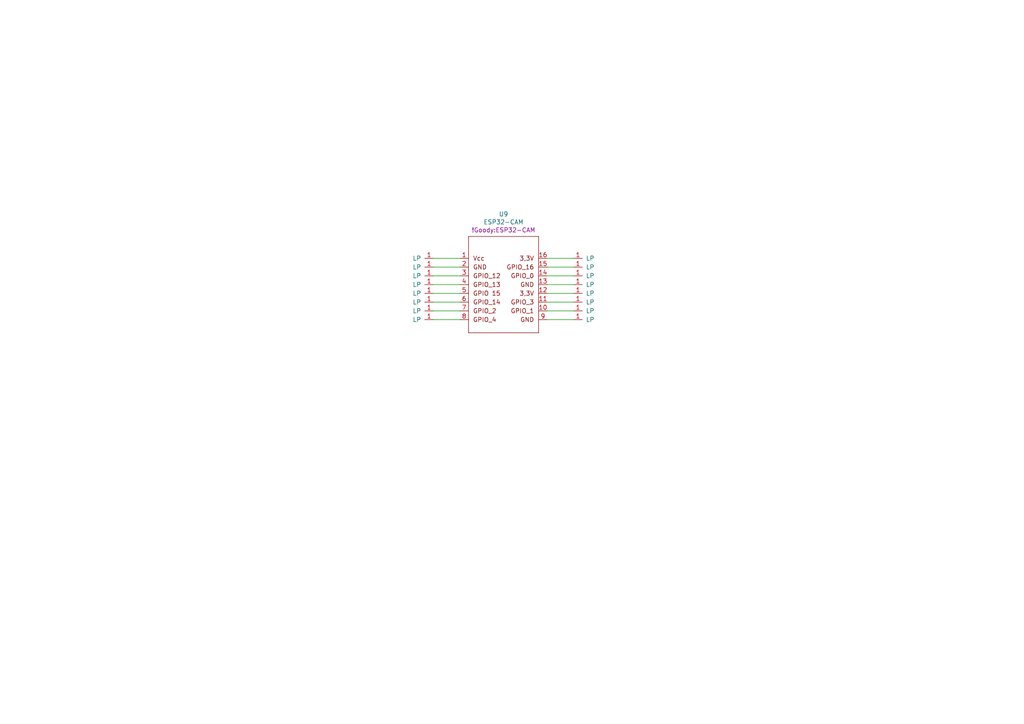
<source format=kicad_sch>
(kicad_sch (version 20231120) (generator "eeschema") (generator_version "8.0")
  (paper "A4")
  (lib_symbols
    (symbol "ESP32-CAM_1-rescue:ESP32-CAM-!Goody" (pin_names (offset 1.016) hide)
      (property "Reference" "U" (at 13.5382 -18.8214 0))
      (property "Value" "!Goody_ESP32-CAM" (at 12.7 2.54 0))
      (property "Footprint" "!Goody:ESP32-CAM" (at 12.7 -22.86 0))
      (symbol "ESP32-CAM-!Goody_0_0"
        (text "3,3V" (at 21.59 -10.16 0) (effects (font (size 1.27 1.27)) (justify right)))
        (text "3,3V" (at 21.59 0 0) (effects (font (size 1.27 1.27)) (justify right)))
        (text "GND" (at 3.81 -2.54 0) (effects (font (size 1.27 1.27)) (justify left)))
        (text "GND" (at 21.59 -17.78 0) (effects (font (size 1.27 1.27)) (justify right)))
        (text "GND" (at 21.59 -7.62 0) (effects (font (size 1.27 1.27)) (justify right)))
        (text "GPIO 15" (at 3.81 -10.16 0) (effects (font (size 1.27 1.27)) (justify left)))
        (text "GPIO_0" (at 21.59 -5.08 0) (effects (font (size 1.27 1.27)) (justify right)))
        (text "GPIO_1" (at 21.59 -15.24 0) (effects (font (size 1.27 1.27)) (justify right)))
        (text "GPIO_12" (at 3.81 -5.08 0) (effects (font (size 1.27 1.27)) (justify left)))
        (text "GPIO_13" (at 3.81 -7.62 0) (effects (font (size 1.27 1.27)) (justify left)))
        (text "GPIO_14" (at 3.81 -12.7 0) (effects (font (size 1.27 1.27)) (justify left)))
        (text "GPIO_16" (at 21.59 -2.54 0) (effects (font (size 1.27 1.27)) (justify right)))
        (text "GPIO_2" (at 3.81 -15.24 0) (effects (font (size 1.27 1.27)) (justify left)))
        (text "GPIO_3" (at 21.59 -12.7 0) (effects (font (size 1.27 1.27)) (justify right)))
        (text "GPIO_4" (at 3.81 -17.78 0) (effects (font (size 1.27 1.27)) (justify left)))
        (text "Vcc" (at 3.81 0 0) (effects (font (size 1.27 1.27)) (justify left)))
      )
      (symbol "ESP32-CAM-!Goody_0_1"
        (rectangle (start 2.54 -21.59) (end 2.54 6.35))
        (rectangle (start 2.54 6.35) (end 22.86 6.35))
        (rectangle (start 22.86 -21.59) (end 2.54 -21.59))
        (rectangle (start 22.86 6.35) (end 22.86 -21.59))
      )
      (symbol "ESP32-CAM-!Goody_1_1"
        (pin passive line (at 0 0 0) (length 2.54) (name "Vcc") (number "1"))
        (pin passive line (at 25.4 -15.24 180) (length 2.54) (name "GPIO_1") (number "10"))
        (pin passive line (at 25.4 -12.7 180) (length 2.54) (name "GPIO_3") (number "11"))
        (pin passive line (at 25.4 -10.16 180) (length 2.54) (name "3,3V") (number "12"))
        (pin passive line (at 25.4 -7.62 180) (length 2.54) (name "GND") (number "13"))
        (pin passive line (at 25.4 -5.08 180) (length 2.54) (name "GPIO_0") (number "14"))
        (pin passive line (at 25.4 -2.54 180) (length 2.54) (name "GPIO_16") (number "15"))
        (pin passive line (at 25.4 0 180) (length 2.54) (name "3,3V") (number "16"))
        (pin passive line (at 0 -2.54 0) (length 2.54) (name "GND") (number "2"))
        (pin passive line (at 0 -5.08 0) (length 2.54) (name "GPIO_12") (number "3"))
        (pin passive line (at 0 -7.62 0) (length 2.54) (name "GPIO_13") (number "4"))
        (pin passive line (at 0 -10.16 0) (length 2.54) (name "GPIO_15") (number "5"))
        (pin passive line (at 0 -12.7 0) (length 2.54) (name "GPIO_14") (number "6"))
        (pin passive line (at 0 -15.24 0) (length 2.54) (name "GPIO_2") (number "7"))
        (pin passive line (at 0 -17.78 0) (length 2.54) (name "GPIO_4") (number "8"))
        (pin passive line (at 25.4 -17.78 180) (length 2.54) (name "GND") (number "9"))
      )
    )
    (symbol "ESP32-CAM_1-rescue:LP-!Goody" (pin_names (offset 1.016))
      (property "Reference" "U" (at -6.35 8.89 0))
      (property "Value" "!Goody_LP" (at -3.81 8.89 0))
      (symbol "LP-!Goody_1_1"
        (pin passive line (at 0 0 270) (length 2.54) (name "LP") (number "1"))
      )
    )
  )
  (wire (pts (xy 166.37 82.55) (xy 158.75 82.55)))
  (wire (pts (xy 133.35 92.71) (xy 125.73 92.71)))
  (wire (pts (xy 133.35 87.63) (xy 125.73 87.63)))
  (wire (pts (xy 133.35 85.09) (xy 125.73 85.09)))
  (wire (pts (xy 133.35 77.47) (xy 125.73 77.47)))
  (wire (pts (xy 166.37 80.01) (xy 158.75 80.01)))
  (wire (pts (xy 166.37 87.63) (xy 158.75 87.63)))
  (wire (pts (xy 133.35 82.55) (xy 125.73 82.55)))
  (wire (pts (xy 133.35 74.93) (xy 125.73 74.93)))
  (wire (pts (xy 166.37 90.17) (xy 158.75 90.17)))
  (wire (pts (xy 166.37 92.71) (xy 158.75 92.71)))
  (wire (pts (xy 166.37 74.93) (xy 158.75 74.93)))
  (wire (pts (xy 133.35 80.01) (xy 125.73 80.01)))
  (wire (pts (xy 166.37 85.09) (xy 158.75 85.09)))
  (wire (pts (xy 133.35 90.17) (xy 125.73 90.17)))
  (wire (pts (xy 166.37 77.47) (xy 158.75 77.47)))
  (symbol (lib_id "ESP32-CAM_1-rescue:ESP32-CAM-!Goody") (at 133.35 74.93 0) (unit 1)
    (property "Reference" "U9" (at 146.05 62.103 0))
    (property "Value" "ESP32-CAM" (at 146.05 64.4144 0))
    (property "Footprint" "!Goody:ESP32-CAM" (at 146.05 66.7258 0))
  )
  (symbol (lib_id "ESP32-CAM_1-rescue:LP-!Goody") (at 125.73 74.93 270) (unit 1)
    (property "Reference" "U1" (effects (hide yes)))
    (property "Value" "LP" (effects (hide yes)))
    (property "Footprint" "KHF_LIB:LP" (effects (hide yes)))
  )
  (symbol (lib_id "ESP32-CAM_1-rescue:LP-!Goody") (at 125.73 77.47 270) (unit 1)
    (property "Reference" "U2" (effects (hide yes)))
    (property "Value" "LP" (effects (hide yes)))
    (property "Footprint" "KHF_LIB:LP" (effects (hide yes)))
  )
  (symbol (lib_id "ESP32-CAM_1-rescue:LP-!Goody") (at 125.73 80.01 270) (unit 1)
    (property "Reference" "U3" (effects (hide yes)))
    (property "Value" "LP" (effects (hide yes)))
    (property "Footprint" "KHF_LIB:LP" (effects (hide yes)))
  )
  (symbol (lib_id "ESP32-CAM_1-rescue:LP-!Goody") (at 125.73 82.55 270) (unit 1)
    (property "Reference" "U4" (effects (hide yes)))
    (property "Value" "LP" (effects (hide yes)))
    (property "Footprint" "KHF_LIB:LP" (effects (hide yes)))
  )
  (symbol (lib_id "ESP32-CAM_1-rescue:LP-!Goody") (at 125.73 85.09 270) (unit 1)
    (property "Reference" "U5" (effects (hide yes)))
    (property "Value" "LP" (effects (hide yes)))
    (property "Footprint" "KHF_LIB:LP" (effects (hide yes)))
  )
  (symbol (lib_id "ESP32-CAM_1-rescue:LP-!Goody") (at 125.73 87.63 270) (unit 1)
    (property "Reference" "U6" (effects (hide yes)))
    (property "Value" "LP" (effects (hide yes)))
    (property "Footprint" "KHF_LIB:LP" (effects (hide yes)))
  )
  (symbol (lib_id "ESP32-CAM_1-rescue:LP-!Goody") (at 125.73 90.17 270) (unit 1)
    (property "Reference" "U7" (effects (hide yes)))
    (property "Value" "LP" (effects (hide yes)))
    (property "Footprint" "KHF_LIB:LP" (effects (hide yes)))
  )
  (symbol (lib_id "ESP32-CAM_1-rescue:LP-!Goody") (at 125.73 92.71 270) (unit 1)
    (property "Reference" "U8" (effects (hide yes)))
    (property "Value" "LP" (effects (hide yes)))
    (property "Footprint" "KHF_LIB:LP" (effects (hide yes)))
  )
  (symbol (lib_id "ESP32-CAM_1-rescue:LP-!Goody") (at 166.37 92.71 90) (unit 1)
    (property "Reference" "U17" (effects (hide yes)))
    (property "Value" "LP" (effects (hide yes)))
    (property "Footprint" "KHF_LIB:LP" (effects (hide yes)))
  )
  (symbol (lib_id "ESP32-CAM_1-rescue:LP-!Goody") (at 166.37 90.17 90) (unit 1)
    (property "Reference" "U16" (effects (hide yes)))
    (property "Value" "LP" (effects (hide yes)))
    (property "Footprint" "KHF_LIB:LP" (effects (hide yes)))
  )
  (symbol (lib_id "ESP32-CAM_1-rescue:LP-!Goody") (at 166.37 87.63 90) (unit 1)
    (property "Reference" "U15" (effects (hide yes)))
    (property "Value" "LP" (effects (hide yes)))
    (property "Footprint" "KHF_LIB:LP" (effects (hide yes)))
  )
  (symbol (lib_id "ESP32-CAM_1-rescue:LP-!Goody") (at 166.37 85.09 90) (unit 1)
    (property "Reference" "U14" (effects (hide yes)))
    (property "Value" "LP" (effects (hide yes)))
    (property "Footprint" "KHF_LIB:LP" (effects (hide yes)))
  )
  (symbol (lib_id "ESP32-CAM_1-rescue:LP-!Goody") (at 166.37 82.55 90) (unit 1)
    (property "Reference" "U13" (effects (hide yes)))
    (property "Value" "LP" (effects (hide yes)))
    (property "Footprint" "KHF_LIB:LP" (effects (hide yes)))
  )
  (symbol (lib_id "ESP32-CAM_1-rescue:LP-!Goody") (at 166.37 80.01 90) (unit 1)
    (property "Reference" "U12" (effects (hide yes)))
    (property "Value" "LP" (effects (hide yes)))
    (property "Footprint" "KHF_LIB:LP" (effects (hide yes)))
  )
  (symbol (lib_id "ESP32-CAM_1-rescue:LP-!Goody") (at 166.37 77.47 90) (unit 1)
    (property "Reference" "U11" (effects (hide yes)))
    (property "Value" "LP" (effects (hide yes)))
    (property "Footprint" "KHF_LIB:LP" (effects (hide yes)))
  )
  (symbol (lib_id "ESP32-CAM_1-rescue:LP-!Goody") (at 166.37 74.93 90) (unit 1)
    (property "Reference" "U10" (effects (hide yes)))
    (property "Value" "LP" (effects (hide yes)))
    (property "Footprint" "KHF_LIB:LP" (effects (hide yes)))
  )
)
</source>
